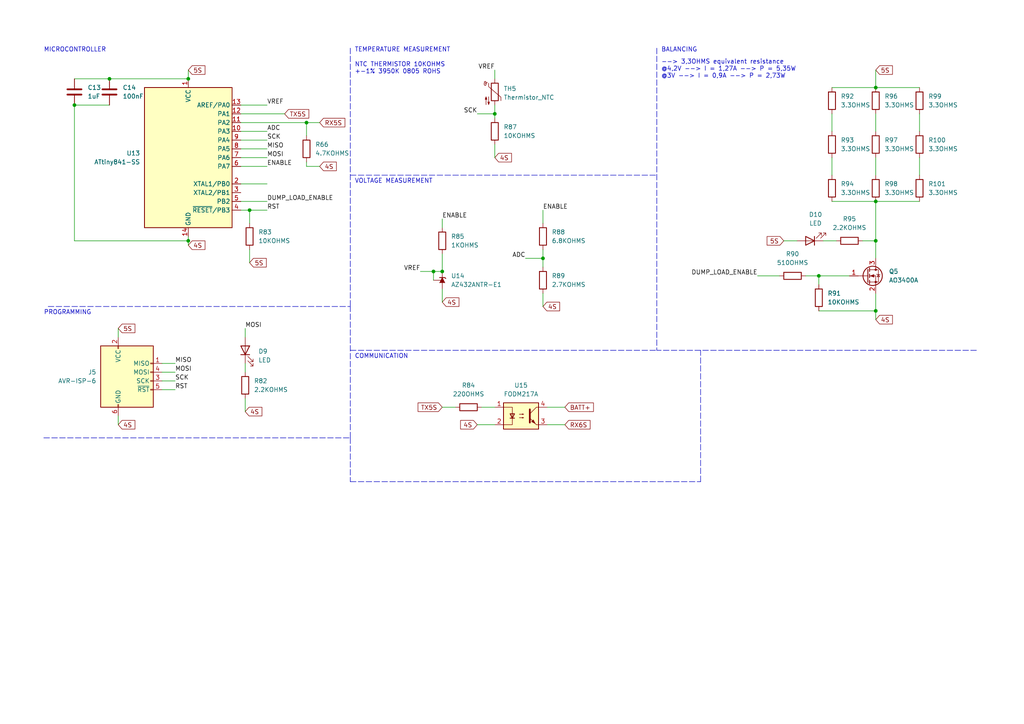
<source format=kicad_sch>
(kicad_sch (version 20211123) (generator eeschema)
  (paper "A4")
  (title_block (title "5S - OpenBatt") (date "2022-07-02") (rev "V1.0") (company "Andre Schrankel"))
  (lib_symbols
    (symbol "Connector:AVR-ISP-6" (pin_names (offset 1.016))
      (property "Reference" "J" (at -6.35 11.43 0))
      (property "Value" "AVR-ISP-6" (at 0 11.43 0))
      (symbol "AVR-ISP-6_0_1"
        (rectangle (start -2.667 -6.858) (end -2.413 -7.62))
        (rectangle (start -2.667 10.16) (end -2.413 9.398))
        (rectangle (start 7.62 -2.413) (end 6.858 -2.667))
        (rectangle (start 7.62 0.127) (end 6.858 -0.127))
        (rectangle (start 7.62 2.667) (end 6.858 2.413))
        (rectangle (start 7.62 5.207) (end 6.858 4.953))
        (rectangle (start 7.62 10.16) (end -7.62 -7.62) (stroke (width 0.254)) (fill (type background)))
      )
      (symbol "AVR-ISP-6_1_1"
        (pin passive line (at 10.16 5.08 180) (length 2.54) (name "MISO") (number "1"))
        (pin passive line (at -2.54 12.7 270) (length 2.54) (name "VCC") (number "2"))
        (pin passive line (at 10.16 0 180) (length 2.54) (name "SCK") (number "3"))
        (pin passive line (at 10.16 2.54 180) (length 2.54) (name "MOSI") (number "4"))
        (pin passive line (at 10.16 -2.54 180) (length 2.54) (name "~{RST}") (number "5"))
        (pin passive line (at -2.54 -10.16 90) (length 2.54) (name "GND") (number "6"))
      )
    )
    (symbol "Device:C" (pin_numbers hide) (pin_names (offset 0.254))
      (property "Reference" "C" (at 0.635 2.54 0))
      (property "Value" "C" (at 0.635 -2.54 0))
      (symbol "C_0_1"
        (polyline (pts (xy -2.032 -0.762) (xy 2.032 -0.762)) (stroke (width 0.508)))
        (polyline (pts (xy -2.032 0.762) (xy 2.032 0.762)) (stroke (width 0.508)))
      )
      (symbol "C_1_1"
        (pin passive line (at 0 3.81 270) (length 2.794) (name "~") (number "1"))
        (pin passive line (at 0 -3.81 90) (length 2.794) (name "~") (number "2"))
      )
    )
    (symbol "Device:LED" (pin_numbers hide) (pin_names (offset 1.016) hide)
      (property "Reference" "D" (at 0 2.54 0))
      (property "Value" "LED" (at 0 -2.54 0))
      (symbol "LED_0_1"
        (polyline (pts (xy -1.27 -1.27) (xy -1.27 1.27)) (stroke (width 0.254)))
        (polyline (pts (xy -1.27 0) (xy 1.27 0)))
        (polyline (pts (xy 1.27 -1.27) (xy 1.27 1.27) (xy -1.27 0) (xy 1.27 -1.27)) (stroke (width 0.254)))
        (polyline (pts (xy -3.048 -0.762) (xy -4.572 -2.286) (xy -3.81 -2.286) (xy -4.572 -2.286) (xy -4.572 -1.524)))
        (polyline (pts (xy -1.778 -0.762) (xy -3.302 -2.286) (xy -2.54 -2.286) (xy -3.302 -2.286) (xy -3.302 -1.524)))
      )
      (symbol "LED_1_1"
        (pin passive line (at -3.81 0 0) (length 2.54) (name "K") (number "1"))
        (pin passive line (at 3.81 0 180) (length 2.54) (name "A") (number "2"))
      )
    )
    (symbol "Device:R" (pin_numbers hide) (pin_names (offset 0))
      (property "Reference" "R" (at 2.032 0 90))
      (property "Value" "R" (at 0 0 90))
      (symbol "R_0_1"
        (rectangle (start -1.016 -2.54) (end 1.016 2.54) (stroke (width 0.254)))
      )
      (symbol "R_1_1"
        (pin passive line (at 0 3.81 270) (length 1.27) (name "~") (number "1"))
        (pin passive line (at 0 -3.81 90) (length 1.27) (name "~") (number "2"))
      )
    )
    (symbol "Device:Thermistor_NTC" (pin_numbers hide) (pin_names (offset 0))
      (property "Reference" "TH" (at -4.445 0 90))
      (property "Value" "Thermistor_NTC" (at 3.175 0 90))
      (symbol "Thermistor_NTC_0_1"
        (arc (start -3.048 2.159) (mid -3.0505 2.3165) (end -3.175 2.413))
        (arc (start -3.048 2.159) (mid -2.9736 1.9794) (end -2.794 1.905))
        (arc (start -3.048 2.794) (mid -2.9736 2.6144) (end -2.794 2.54))
        (arc (start -2.794 1.905) (mid -2.6144 1.9794) (end -2.54 2.159))
        (arc (start -2.794 2.54) (mid -2.434 2.5608) (end -2.159 2.794))
        (arc (start -2.794 3.048) (mid -2.9736 2.9736) (end -3.048 2.794))
        (arc (start -2.54 2.794) (mid -2.6144 2.9736) (end -2.794 3.048))
        (rectangle (start -1.016 2.54) (end 1.016 -2.54) (stroke (width 0.254)))
        (polyline (pts (xy -2.54 2.159) (xy -2.54 2.794)))
        (polyline (pts (xy -1.778 2.54) (xy -1.778 1.524) (xy 1.778 -1.524) (xy 1.778 -2.54)))
        (polyline (pts (xy -2.54 -3.683) (xy -2.54 -1.397) (xy -2.794 -2.159) (xy -2.286 -2.159) (xy -2.54 -1.397) (xy -2.54 -1.651)) (fill (type outline)))
        (polyline (pts (xy -1.778 -1.397) (xy -1.778 -3.683) (xy -2.032 -2.921) (xy -1.524 -2.921) (xy -1.778 -3.683) (xy -1.778 -3.429)) (fill (type outline)))
      )
      (symbol "Thermistor_NTC_1_1"
        (pin passive line (at 0 3.81 270) (length 1.27) (name "~") (number "1"))
        (pin passive line (at 0 -3.81 90) (length 1.27) (name "~") (number "2"))
      )
    )
    (symbol "Isolator:FODM217A"
      (property "Reference" "U" (at -5.08 5.08 0))
      (property "Value" "FODM217A" (at 0 5.08 0))
      (symbol "FODM217A_0_1"
        (rectangle (start -5.08 3.81) (end 5.08 -3.81) (stroke (width 0.254)) (fill (type background)))
        (polyline (pts (xy -3.175 -0.635) (xy -1.905 -0.635)) (stroke (width 0.254)))
        (polyline (pts (xy 2.54 0.635) (xy 4.445 2.54)))
        (polyline (pts (xy 4.445 -2.54) (xy 2.54 -0.635)) (fill (type outline)))
        (polyline (pts (xy 4.445 -2.54) (xy 5.08 -2.54)))
        (polyline (pts (xy 4.445 2.54) (xy 5.08 2.54)))
        (polyline (pts (xy -5.08 2.54) (xy -2.54 2.54) (xy -2.54 -0.635)))
        (polyline (pts (xy -2.54 -0.635) (xy -2.54 -2.54) (xy -5.08 -2.54)))
        (polyline (pts (xy 2.54 1.905) (xy 2.54 -1.905) (xy 2.54 -1.905)) (stroke (width 0.508)))
        (polyline (pts (xy -2.54 -0.635) (xy -3.175 0.635) (xy -1.905 0.635) (xy -2.54 -0.635)) (stroke (width 0.254)))
        (polyline (pts (xy -0.508 -0.508) (xy 0.762 -0.508) (xy 0.381 -0.635) (xy 0.381 -0.381) (xy 0.762 -0.508)))
        (polyline (pts (xy -0.508 0.508) (xy 0.762 0.508) (xy 0.381 0.381) (xy 0.381 0.635) (xy 0.762 0.508)))
        (polyline (pts (xy 3.048 -1.651) (xy 3.556 -1.143) (xy 4.064 -2.159) (xy 3.048 -1.651) (xy 3.048 -1.651)) (fill (type outline)))
      )
      (symbol "FODM217A_1_1"
        (pin passive line (at -7.62 2.54 0) (length 2.54) (name "~") (number "1"))
        (pin passive line (at -7.62 -2.54 0) (length 2.54) (name "~") (number "2"))
        (pin passive line (at 7.62 -2.54 180) (length 2.54) (name "~") (number "3"))
        (pin passive line (at 7.62 2.54 180) (length 2.54) (name "~") (number "4"))
      )
    )
    (symbol "MCU_Microchip_ATtiny:ATtiny841-SS"
      (property "Reference" "U" (at -12.7 21.59 0))
      (property "Value" "ATtiny841-SS" (at 2.54 -21.59 0))
      (symbol "ATtiny841-SS_0_1"
        (rectangle (start -12.7 -20.32) (end 12.7 20.32) (stroke (width 0.254)) (fill (type background)))
      )
      (symbol "ATtiny841-SS_1_1"
        (pin power_in line (at 0 22.86 270) (length 2.54) (name "VCC") (number "1"))
        (pin bidirectional line (at 15.24 7.62 180) (length 2.54) (name "PA3") (number "10"))
        (pin bidirectional line (at 15.24 10.16 180) (length 2.54) (name "PA2") (number "11"))
        (pin bidirectional line (at 15.24 12.7 180) (length 2.54) (name "PA1") (number "12"))
        (pin bidirectional line (at 15.24 15.24 180) (length 2.54) (name "AREF/PA0") (number "13"))
        (pin power_in line (at 0 -22.86 90) (length 2.54) (name "GND") (number "14"))
        (pin bidirectional line (at 15.24 -7.62 180) (length 2.54) (name "XTAL1/PB0") (number "2"))
        (pin bidirectional line (at 15.24 -10.16 180) (length 2.54) (name "XTAL2/PB1") (number "3"))
        (pin bidirectional line (at 15.24 -15.24 180) (length 2.54) (name "~{RESET}/PB3") (number "4"))
        (pin bidirectional line (at 15.24 -12.7 180) (length 2.54) (name "PB2") (number "5"))
        (pin bidirectional line (at 15.24 -2.54 180) (length 2.54) (name "PA7") (number "6"))
        (pin bidirectional line (at 15.24 0 180) (length 2.54) (name "PA6") (number "7"))
        (pin bidirectional line (at 15.24 2.54 180) (length 2.54) (name "PA5") (number "8"))
        (pin bidirectional line (at 15.24 5.08 180) (length 2.54) (name "PA4") (number "9"))
      )
    )
    (symbol "Reference_Voltage:TL431DBZ" (pin_numbers hide) (pin_names hide)
      (property "Reference" "U" (at -2.54 2.54 0))
      (property "Value" "TL431DBZ" (at 0 -2.54 0))
      (symbol "TL431DBZ_0_1"
        (polyline (pts (xy -1.27 0) (xy 0 0) (xy 1.27 0)))
        (polyline (pts (xy -0.762 0.762) (xy 0.762 0) (xy -0.762 -0.762)) (fill (type outline)))
        (polyline (pts (xy 0.508 -1.016) (xy 0.762 -0.762) (xy 0.762 0.762) (xy 0.762 0.762)) (stroke (width 0.254)))
      )
      (symbol "TL431DBZ_1_1"
        (pin passive line (at 2.54 0 180) (length 2.54) (name "K") (number "1"))
        (pin passive line (at 0 2.54 270) (length 2.54) (name "REF") (number "2"))
        (pin passive line (at -2.54 0 0) (length 2.54) (name "A") (number "3"))
      )
    )
    (symbol "Transistor_FET:AO3400A" (pin_names hide)
      (property "Reference" "Q" (at 5.08 1.905 0))
      (property "Value" "AO3400A" (at 5.08 0 0))
      (symbol "AO3400A_0_1"
        (polyline (pts (xy 0.254 0) (xy -2.54 0)))
        (polyline (pts (xy 0.254 1.905) (xy 0.254 -1.905)) (stroke (width 0.254)))
        (polyline (pts (xy 0.762 -1.27) (xy 0.762 -2.286)) (stroke (width 0.254)))
        (polyline (pts (xy 0.762 0.508) (xy 0.762 -0.508)) (stroke (width 0.254)))
        (polyline (pts (xy 0.762 2.286) (xy 0.762 1.27)) (stroke (width 0.254)))
        (polyline (pts (xy 2.54 2.54) (xy 2.54 1.778)))
        (polyline (pts (xy 2.54 -2.54) (xy 2.54 0) (xy 0.762 0)))
        (polyline (pts (xy 0.762 -1.778) (xy 3.302 -1.778) (xy 3.302 1.778) (xy 0.762 1.778)))
        (polyline (pts (xy 1.016 0) (xy 2.032 0.381) (xy 2.032 -0.381) (xy 1.016 0)) (fill (type outline)))
        (polyline (pts (xy 2.794 0.508) (xy 2.921 0.381) (xy 3.683 0.381) (xy 3.81 0.254)))
        (polyline (pts (xy 3.302 0.381) (xy 2.921 -0.254) (xy 3.683 -0.254) (xy 3.302 0.381)))
        (circle (center 1.651 0) (radius 2.794) (stroke (width 0.254)))
        (circle (center 2.54 -1.778) (radius 0.254) (fill (type outline)))
        (circle (center 2.54 1.778) (radius 0.254) (fill (type outline)))
      )
      (symbol "AO3400A_1_1"
        (pin input line (at -5.08 0 0) (length 2.54) (name "G") (number "1"))
        (pin passive line (at 2.54 -5.08 90) (length 2.54) (name "S") (number "2"))
        (pin passive line (at 2.54 5.08 270) (length 2.54) (name "D") (number "3"))
      )
    )
  )
  (junction (at 72.39 60.96))
  (junction (at 237.49 80.01))
  (junction (at 157.48 74.93))
  (junction (at 125.73 78.74))
  (junction (at 143.51 33.02))
  (junction (at 21.59 30.48))
  (junction (at 54.61 69.85))
  (junction (at 31.75 22.86))
  (junction (at 54.61 22.86))
  (junction (at 128.27 78.74))
  (junction (at 254 69.85))
  (junction (at 88.9 35.56))
  (junction (at 254 58.42))
  (junction (at 254 25.4))
  (junction (at 254 90.17))
  (wire (pts (xy 88.9 46.99) (xy 88.9 48.26)))
  (wire (pts (xy 69.85 60.96) (xy 72.39 60.96)))
  (wire (pts (xy 158.75 118.11) (xy 163.83 118.11)))
  (wire (pts (xy 46.99 105.41) (xy 50.8 105.41)))
  (wire (pts (xy 21.59 22.86) (xy 31.75 22.86)))
  (wire (pts (xy 254 58.42) (xy 254 69.85)))
  (wire (pts (xy 157.48 74.93) (xy 157.48 77.47)))
  (polyline (pts (xy 12.7 127) (xy 101.6 127)))
  (wire (pts (xy 125.73 78.74) (xy 128.27 78.74)))
  (wire (pts (xy 69.85 30.48) (xy 77.47 30.48)))
  (wire (pts (xy 34.29 120.65) (xy 34.29 123.19)))
  (wire (pts (xy 138.43 123.19) (xy 143.51 123.19)))
  (wire (pts (xy 238.76 69.85) (xy 242.57 69.85)))
  (polyline (pts (xy 101.6 50.8) (xy 190.5 50.8)))
  (wire (pts (xy 71.12 105.41) (xy 71.12 107.95)))
  (wire (pts (xy 121.92 78.74) (xy 125.73 78.74)))
  (wire (pts (xy 54.61 20.32) (xy 54.61 22.86)))
  (polyline (pts (xy 13.97 88.9) (xy 101.6 88.9)))
  (wire (pts (xy 72.39 72.39) (xy 72.39 76.2)))
  (wire (pts (xy 254 85.09) (xy 254 90.17)))
  (wire (pts (xy 54.61 68.58) (xy 54.61 69.85)))
  (wire (pts (xy 88.9 35.56) (xy 92.71 35.56)))
  (wire (pts (xy 34.29 95.25) (xy 34.29 97.79)))
  (wire (pts (xy 143.51 41.91) (xy 143.51 45.72)))
  (wire (pts (xy 143.51 20.32) (xy 143.51 22.86)))
  (wire (pts (xy 54.61 69.85) (xy 54.61 71.12)))
  (wire (pts (xy 254 58.42) (xy 266.7 58.42)))
  (wire (pts (xy 157.48 60.96) (xy 157.48 64.77)))
  (wire (pts (xy 250.19 69.85) (xy 254 69.85)))
  (wire (pts (xy 237.49 90.17) (xy 254 90.17)))
  (polyline (pts (xy 203.2 139.7) (xy 203.2 101.6)))
  (polyline (pts (xy 101.6 127) (xy 101.6 88.9)))
  (wire (pts (xy 69.85 38.1) (xy 77.47 38.1)))
  (wire (pts (xy 227.33 69.85) (xy 231.14 69.85)))
  (wire (pts (xy 69.85 33.02) (xy 82.55 33.02)))
  (polyline (pts (xy 190.5 13.97) (xy 190.5 101.6)))
  (wire (pts (xy 128.27 118.11) (xy 132.08 118.11)))
  (wire (pts (xy 254 69.85) (xy 254 74.93)))
  (wire (pts (xy 88.9 35.56) (xy 88.9 39.37)))
  (wire (pts (xy 125.73 81.28) (xy 125.73 78.74)))
  (wire (pts (xy 241.3 33.02) (xy 241.3 38.1)))
  (polyline (pts (xy 101.6 127) (xy 101.6 139.7)))
  (wire (pts (xy 241.3 25.4) (xy 254 25.4)))
  (wire (pts (xy 254 45.72) (xy 254 50.8)))
  (wire (pts (xy 254 25.4) (xy 266.7 25.4)))
  (wire (pts (xy 138.43 33.02) (xy 143.51 33.02)))
  (wire (pts (xy 46.99 113.03) (xy 50.8 113.03)))
  (wire (pts (xy 46.99 110.49) (xy 50.8 110.49)))
  (wire (pts (xy 241.3 45.72) (xy 241.3 50.8)))
  (polyline (pts (xy 101.6 13.97) (xy 101.6 88.9)))
  (wire (pts (xy 69.85 53.34) (xy 77.47 53.34)))
  (wire (pts (xy 237.49 80.01) (xy 246.38 80.01)))
  (wire (pts (xy 69.85 40.64) (xy 77.47 40.64)))
  (wire (pts (xy 128.27 83.82) (xy 128.27 87.63)))
  (wire (pts (xy 233.68 80.01) (xy 237.49 80.01)))
  (wire (pts (xy 237.49 80.01) (xy 237.49 82.55)))
  (wire (pts (xy 71.12 115.57) (xy 71.12 119.38)))
  (wire (pts (xy 88.9 48.26) (xy 92.71 48.26)))
  (wire (pts (xy 69.85 35.56) (xy 88.9 35.56)))
  (wire (pts (xy 266.7 45.72) (xy 266.7 50.8)))
  (wire (pts (xy 21.59 30.48) (xy 31.75 30.48)))
  (wire (pts (xy 21.59 69.85) (xy 54.61 69.85)))
  (wire (pts (xy 157.48 85.09) (xy 157.48 88.9)))
  (wire (pts (xy 69.85 43.18) (xy 77.47 43.18)))
  (wire (pts (xy 219.71 80.01) (xy 226.06 80.01)))
  (wire (pts (xy 69.85 58.42) (xy 77.47 58.42)))
  (wire (pts (xy 254 90.17) (xy 254 92.71)))
  (wire (pts (xy 71.12 95.25) (xy 71.12 97.79)))
  (wire (pts (xy 46.99 107.95) (xy 50.8 107.95)))
  (wire (pts (xy 152.4 74.93) (xy 157.48 74.93)))
  (wire (pts (xy 139.7 118.11) (xy 143.51 118.11)))
  (polyline (pts (xy 283.21 101.6) (xy 190.5 101.6)))
  (wire (pts (xy 21.59 30.48) (xy 21.59 69.85)))
  (wire (pts (xy 157.48 72.39) (xy 157.48 74.93)))
  (wire (pts (xy 31.75 22.86) (xy 54.61 22.86)))
  (wire (pts (xy 266.7 33.02) (xy 266.7 38.1)))
  (wire (pts (xy 254 33.02) (xy 254 38.1)))
  (wire (pts (xy 158.75 123.19) (xy 163.83 123.19)))
  (wire (pts (xy 143.51 33.02) (xy 143.51 34.29)))
  (wire (pts (xy 254 20.32) (xy 254 25.4)))
  (polyline (pts (xy 101.6 101.6) (xy 190.5 101.6)))
  (wire (pts (xy 241.3 58.42) (xy 254 58.42)))
  (wire (pts (xy 143.51 30.48) (xy 143.51 33.02)))
  (wire (pts (xy 72.39 60.96) (xy 77.47 60.96)))
  (wire (pts (xy 69.85 45.72) (xy 77.47 45.72)))
  (polyline (pts (xy 101.6 139.7) (xy 203.2 139.7)))
  (wire (pts (xy 72.39 60.96) (xy 72.39 64.77)))
  (wire (pts (xy 128.27 73.66) (xy 128.27 78.74)))
  (wire (pts (xy 128.27 63.5) (xy 128.27 66.04)))
  (wire (pts (xy 69.85 48.26) (xy 77.47 48.26)))
  (text "TEMPERATURE MEASUREMENT\n" (at 102.87 15.24 0) (effects (font (size 1.27 1.27)) (justify left bottom)))
  (text "BALANCING" (at 191.77 15.24 0) (effects (font (size 1.27 1.27)) (justify left bottom)))
  (text "PROGRAMMING" (at 12.7 91.44 0) (effects (font (size 1.27 1.27)) (justify left bottom)))
  (text "NTC THERMISTOR 10KOHMS\n+-1% 3950K 0805 ROHS" (at 102.87 21.59 0) (effects (font (size 1.27 1.27)) (justify left bottom)))
  (text "--> 3,3OHMS equivalent resistance\n@4,2V --> I = 1,27A --> P = 5,35W\n@3V --> I = 0,9A --> P = 2,73W" (at 191.77 22.86 0) (effects (font (size 1.27 1.27)) (justify left bottom)))
  (text "MICROCONTROLLER\n" (at 12.7 15.24 0) (effects (font (size 1.27 1.27)) (justify left bottom)))
  (text "COMMUNICATION" (at 102.87 104.14 0) (effects (font (size 1.27 1.27)) (justify left bottom)))
  (text "VOLTAGE MEASUREMENT\n" (at 102.87 53.34 0) (effects (font (size 1.27 1.27)) (justify left bottom)))
  (label "ENABLE" (at 157.48 60.96 0))
  (label "SCK" (at 77.47 40.64 0))
  (label "MOSI" (at 71.12 95.25 0))
  (label "ADC" (at 77.47 38.1 0))
  (label "VREF" (at 77.47 30.48 0))
  (label "ADC" (at 152.4 74.93 180))
  (label "VREF" (at 143.51 20.32 180))
  (label "SCK" (at 138.43 33.02 180))
  (label "ENABLE" (at 77.47 48.26 0))
  (label "RST" (at 50.8 113.03 0))
  (label "RST" (at 77.47 60.96 0))
  (label "MISO" (at 50.8 105.41 0))
  (label "ENABLE" (at 128.27 63.5 0))
  (label "MOSI" (at 77.47 45.72 0))
  (label "MOSI" (at 50.8 107.95 0))
  (label "DUMP_LOAD_ENABLE" (at 77.47 58.42 0))
  (label "DUMP_LOAD_ENABLE" (at 219.71 80.01 180))
  (label "MISO" (at 77.47 43.18 0))
  (label "SCK" (at 50.8 110.49 0))
  (label "VREF" (at 121.92 78.74 180))
  (global_label "5S" (shape input) (at 254 20.32 0) (property "Intersheet References" "${INTERSHEET_REFS}" (effects hide)))
  (global_label "TX5S" (shape input) (at 82.55 33.02 0) (property "Intersheet References" "${INTERSHEET_REFS}" (effects hide)))
  (global_label "4S" (shape input) (at 71.12 119.38 0) (property "Intersheet References" "${INTERSHEET_REFS}" (effects hide)))
  (global_label "4S" (shape input) (at 128.27 87.63 0) (property "Intersheet References" "${INTERSHEET_REFS}" (effects hide)))
  (global_label "RX6S" (shape input) (at 163.83 123.19 0) (property "Intersheet References" "${INTERSHEET_REFS}" (effects hide)))
  (global_label "4S" (shape input) (at 254 92.71 0) (property "Intersheet References" "${INTERSHEET_REFS}" (effects hide)))
  (global_label "5S" (shape input) (at 34.29 95.25 0) (property "Intersheet References" "${INTERSHEET_REFS}" (effects hide)))
  (global_label "RX5S" (shape input) (at 92.71 35.56 0) (property "Intersheet References" "${INTERSHEET_REFS}" (effects hide)))
  (global_label "4S" (shape input) (at 157.48 88.9 0) (property "Intersheet References" "${INTERSHEET_REFS}" (effects hide)))
  (global_label "5S" (shape input) (at 72.39 76.2 0) (property "Intersheet References" "${INTERSHEET_REFS}" (effects hide)))
  (global_label "4S" (shape input) (at 34.29 123.19 0) (property "Intersheet References" "${INTERSHEET_REFS}" (effects hide)))
  (global_label "BATT+" (shape input) (at 163.83 118.11 0) (property "Intersheet References" "${INTERSHEET_REFS}" (effects hide)))
  (global_label "5S" (shape input) (at 54.61 20.32 0) (property "Intersheet References" "${INTERSHEET_REFS}" (effects hide)))
  (global_label "4S" (shape input) (at 92.71 48.26 0) (property "Intersheet References" "${INTERSHEET_REFS}" (effects hide)))
  (global_label "4S" (shape input) (at 143.51 45.72 0) (property "Intersheet References" "${INTERSHEET_REFS}" (effects hide)))
  (global_label "5S" (shape input) (at 227.33 69.85 180) (property "Intersheet References" "${INTERSHEET_REFS}" (effects hide)))
  (global_label "4S" (shape input) (at 54.61 71.12 0) (property "Intersheet References" "${INTERSHEET_REFS}" (effects hide)))
  (global_label "4S" (shape input) (at 138.43 123.19 180) (property "Intersheet References" "${INTERSHEET_REFS}" (effects hide)))
  (global_label "TX5S" (shape input) (at 128.27 118.11 180) (property "Intersheet References" "${INTERSHEET_REFS}" (effects hide)))
  (symbol (lib_id "Device:R") (at 266.7 54.61 0) (unit 1)
    (property "Reference" "R101" (at 269.24 53.3399 0) (effects (justify left)))
    (property "Value" "3.3OHMS" (at 269.24 55.8799 0) (effects (justify left)))
    (property "Footprint" "Resistor_SMD:R_2010_5025Metric_Pad1.40x2.65mm_HandSolder" (effects hide))
  )
  (symbol (lib_id "Device:R") (at 241.3 41.91 0) (unit 1)
    (property "Reference" "R93" (at 243.84 40.6399 0) (effects (justify left)))
    (property "Value" "3.3OHMS" (at 243.84 43.1799 0) (effects (justify left)))
    (property "Footprint" "Resistor_SMD:R_2010_5025Metric_Pad1.40x2.65mm_HandSolder" (effects hide))
  )
  (symbol (lib_id "Device:R") (at 237.49 86.36 180) (unit 1)
    (property "Reference" "R91" (at 240.03 85.0899 0) (effects (justify right)))
    (property "Value" "10KOHMS" (at 240.03 87.6299 0) (effects (justify right)))
    (property "Footprint" "Resistor_SMD:R_0805_2012Metric_Pad1.20x1.40mm_HandSolder" (effects hide))
  )
  (symbol (lib_id "Device:R") (at 254 54.61 0) (unit 1)
    (property "Reference" "R98" (at 256.54 53.3399 0) (effects (justify left)))
    (property "Value" "3.3OHMS" (at 256.54 55.8799 0) (effects (justify left)))
    (property "Footprint" "Resistor_SMD:R_2010_5025Metric_Pad1.40x2.65mm_HandSolder" (effects hide))
  )
  (symbol (lib_id "Device:R") (at 266.7 41.91 0) (unit 1)
    (property "Reference" "R100" (at 269.24 40.6399 0) (effects (justify left)))
    (property "Value" "3.3OHMS" (at 269.24 43.1799 0) (effects (justify left)))
    (property "Footprint" "Resistor_SMD:R_2010_5025Metric_Pad1.40x2.65mm_HandSolder" (effects hide))
  )
  (symbol (lib_id "Device:R") (at 143.51 38.1 180) (unit 1)
    (property "Reference" "R87" (at 146.05 36.8299 0) (effects (justify right)))
    (property "Value" "10KOHMS" (at 146.05 39.3699 0) (effects (justify right)))
    (property "Footprint" "Resistor_SMD:R_0805_2012Metric_Pad1.20x1.40mm_HandSolder" (effects hide))
  )
  (symbol (lib_id "Device:Thermistor_NTC") (at 143.51 26.67 0) (unit 1)
    (property "Reference" "TH5" (at 146.05 25.7174 0) (effects (justify left)))
    (property "Value" "Thermistor_NTC" (at 146.05 28.2574 0) (effects (justify left)))
    (property "Footprint" "Resistor_SMD:R_0805_2012Metric_Pad1.20x1.40mm_HandSolder" (effects hide))
    (property "Datasheet" "https://www.mouser.de/datasheet/2/3/ABNTC-0805-253593.pdf" (effects hide))
  )
  (symbol (lib_id "Transistor_FET:AO3400A") (at 251.46 80.01 0) (unit 1)
    (property "Reference" "Q5" (at 257.81 78.7399 0) (effects (justify left)))
    (property "Value" "AO3400A" (at 257.81 81.2799 0) (effects (justify left)))
    (property "Footprint" "Package_TO_SOT_SMD:SOT-23" (effects hide))
    (property "Datasheet" "https://media.digikey.com/pdf/Data%20Sheets/Alpha%20&%20Omega/AO3400A_ds.pdf" (effects hide))
  )
  (symbol (lib_id "Device:R") (at 88.9 43.18 0) (unit 1)
    (property "Reference" "R66" (at 91.44 41.9099 0) (effects (justify left)))
    (property "Value" "4.7KOHMS" (at 91.44 44.4499 0) (effects (justify left)))
    (property "Footprint" "Resistor_SMD:R_0805_2012Metric_Pad1.20x1.40mm_HandSolder" (effects hide))
  )
  (symbol (lib_id "Reference_Voltage:TL431DBZ") (at 128.27 81.28 90) (unit 1)
    (property "Reference" "U14" (at 130.81 80.0099 90) (effects (justify right)))
    (property "Value" "AZ432ANTR-E1 " (at 130.81 82.5499 90) (effects (justify right)))
    (property "Footprint" "Package_TO_SOT_SMD:SOT-23" (effects hide))
    (property "Datasheet" "https://www.mouser.de/datasheet/2/115/DIOD_S_A0007085168_1-2512765.pdf" (effects hide))
  )
  (symbol (lib_id "Connector:AVR-ISP-6") (at 36.83 110.49 0) (unit 1)
    (property "Reference" "J5" (at 27.94 107.9499 0) (effects (justify right)))
    (property "Value" "AVR-ISP-6" (at 27.94 110.4899 0) (effects (justify right)))
    (property "Footprint" "Connector_PinHeader_2.54mm:PinHeader_2x03_P2.54mm_Vertical_SMD" (effects hide))
    (property "Datasheet" " ~" (effects hide))
  )
  (symbol (lib_id "Device:LED") (at 234.95 69.85 180) (unit 1)
    (property "Reference" "D10" (at 236.5375 62.23 0))
    (property "Value" "LED" (at 236.5375 64.77 0))
    (property "Footprint" "LED_SMD:LED_0805_2012Metric_Pad1.15x1.40mm_HandSolder" (effects hide))
  )
  (symbol (lib_id "Device:R") (at 254 41.91 0) (unit 1)
    (property "Reference" "R97" (at 256.54 40.6399 0) (effects (justify left)))
    (property "Value" "3.3OHMS" (at 256.54 43.1799 0) (effects (justify left)))
    (property "Footprint" "Resistor_SMD:R_2010_5025Metric_Pad1.40x2.65mm_HandSolder" (effects hide))
  )
  (symbol (lib_id "Device:C") (at 21.59 26.67 0) (unit 1)
    (property "Reference" "C13" (at 25.4 25.3999 0) (effects (justify left)))
    (property "Value" "1uF" (at 25.4 27.9399 0) (effects (justify left)))
    (property "Footprint" "Capacitor_SMD:C_0805_2012Metric_Pad1.18x1.45mm_HandSolder" (effects hide))
  )
  (symbol (lib_id "Device:R") (at 229.87 80.01 90) (unit 1)
    (property "Reference" "R90" (at 229.87 73.66 90))
    (property "Value" "510OHMS" (at 229.87 76.2 90))
    (property "Footprint" "Resistor_SMD:R_0805_2012Metric_Pad1.20x1.40mm_HandSolder" (effects hide))
  )
  (symbol (lib_id "Device:R") (at 254 29.21 0) (unit 1)
    (property "Reference" "R96" (at 256.54 27.9399 0) (effects (justify left)))
    (property "Value" "3.3OHMS" (at 256.54 30.4799 0) (effects (justify left)))
    (property "Footprint" "Resistor_SMD:R_2010_5025Metric_Pad1.40x2.65mm_HandSolder" (effects hide))
  )
  (symbol (lib_id "Device:R") (at 157.48 81.28 0) (unit 1)
    (property "Reference" "R89" (at 160.02 80.0099 0) (effects (justify left)))
    (property "Value" "2.7KOHMS" (at 160.02 82.5499 0) (effects (justify left)))
    (property "Footprint" "Resistor_SMD:R_0805_2012Metric_Pad1.20x1.40mm_HandSolder" (effects hide))
  )
  (symbol (lib_id "Device:R") (at 71.12 111.76 0) (unit 1)
    (property "Reference" "R82" (at 73.66 110.4899 0) (effects (justify left)))
    (property "Value" "2.2KOHMS" (at 73.66 113.0299 0) (effects (justify left)))
    (property "Footprint" "Resistor_SMD:R_0805_2012Metric_Pad1.20x1.40mm_HandSolder" (effects hide))
  )
  (symbol (lib_id "Device:LED") (at 71.12 101.6 90) (unit 1)
    (property "Reference" "D9" (at 74.93 101.9174 90) (effects (justify right)))
    (property "Value" "LED" (at 74.93 104.4574 90) (effects (justify right)))
    (property "Footprint" "LED_SMD:LED_0805_2012Metric_Pad1.15x1.40mm_HandSolder" (effects hide))
  )
  (symbol (lib_id "Isolator:FODM217A") (at 151.13 120.65 0) (unit 1)
    (property "Reference" "U15" (at 151.13 111.76 0))
    (property "Value" "FODM217A" (at 151.13 114.3 0))
    (property "Footprint" "Package_SO:SOP-4_4.4x2.6mm_P1.27mm" (effects hide))
    (property "Datasheet" "https://www.onsemi.com/pub/Collateral/FODM214-D.PDF" (effects hide))
  )
  (symbol (lib_id "Device:R") (at 246.38 69.85 90) (unit 1)
    (property "Reference" "R95" (at 246.38 63.5 90))
    (property "Value" "2.2KOHMS" (at 246.38 66.04 90))
    (property "Footprint" "Resistor_SMD:R_0805_2012Metric_Pad1.20x1.40mm_HandSolder" (effects hide))
  )
  (symbol (lib_id "Device:R") (at 157.48 68.58 0) (unit 1)
    (property "Reference" "R88" (at 160.02 67.3099 0) (effects (justify left)))
    (property "Value" "6.8KOHMS" (at 160.02 69.8499 0) (effects (justify left)))
    (property "Footprint" "Resistor_SMD:R_0805_2012Metric_Pad1.20x1.40mm_HandSolder" (effects hide))
  )
  (symbol (lib_id "Device:R") (at 72.39 68.58 0) (unit 1)
    (property "Reference" "R83" (at 74.93 67.3099 0) (effects (justify left)))
    (property "Value" "10KOHMS" (at 74.93 69.8499 0) (effects (justify left)))
    (property "Footprint" "Resistor_SMD:R_0805_2012Metric_Pad1.20x1.40mm_HandSolder" (effects hide))
  )
  (symbol (lib_id "Device:C") (at 31.75 26.67 0) (unit 1)
    (property "Reference" "C14" (at 35.56 25.3999 0) (effects (justify left)))
    (property "Value" "100nF" (at 35.56 27.9399 0) (effects (justify left)))
    (property "Footprint" "Capacitor_SMD:C_0805_2012Metric_Pad1.18x1.45mm_HandSolder" (effects hide))
  )
  (symbol (lib_id "Device:R") (at 266.7 29.21 0) (unit 1)
    (property "Reference" "R99" (at 269.24 27.9399 0) (effects (justify left)))
    (property "Value" "3.3OHMS" (at 269.24 30.4799 0) (effects (justify left)))
    (property "Footprint" "Resistor_SMD:R_2010_5025Metric_Pad1.40x2.65mm_HandSolder" (effects hide))
  )
  (symbol (lib_id "Device:R") (at 128.27 69.85 180) (unit 1)
    (property "Reference" "R85" (at 130.81 68.5799 0) (effects (justify right)))
    (property "Value" "1KOHMS" (at 130.81 71.1199 0) (effects (justify right)))
    (property "Footprint" "Resistor_SMD:R_0805_2012Metric_Pad1.20x1.40mm_HandSolder" (effects hide))
  )
  (symbol (lib_id "Device:R") (at 241.3 29.21 0) (unit 1)
    (property "Reference" "R92" (at 243.84 27.9399 0) (effects (justify left)))
    (property "Value" "3.3OHMS" (at 243.84 30.4799 0) (effects (justify left)))
    (property "Footprint" "Resistor_SMD:R_2010_5025Metric_Pad1.40x2.65mm_HandSolder" (effects hide))
  )
  (symbol (lib_id "MCU_Microchip_ATtiny:ATtiny841-SS") (at 54.61 45.72 0) (unit 1)
    (property "Reference" "U13" (at 40.64 44.4499 0) (effects (justify right)))
    (property "Value" "ATtiny841-SS" (at 40.64 46.9899 0) (effects (justify right)))
    (property "Footprint" "Package_SO:SOIC-14_3.9x8.7mm_P1.27mm" (effects hide))
    (property "Datasheet" "http://ww1.microchip.com/downloads/en/DeviceDoc/Atmel-8495-8-bit-AVR-Microcontrollers-ATtiny441-ATtiny841_Datasheet.pdf" (effects hide))
  )
  (symbol (lib_id "Device:R") (at 241.3 54.61 0) (unit 1)
    (property "Reference" "R94" (at 243.84 53.3399 0) (effects (justify left)))
    (property "Value" "3.3OHMS" (at 243.84 55.8799 0) (effects (justify left)))
    (property "Footprint" "Resistor_SMD:R_2010_5025Metric_Pad1.40x2.65mm_HandSolder" (effects hide))
  )
  (symbol (lib_id "Device:R") (at 135.89 118.11 90) (unit 1)
    (property "Reference" "R84" (at 135.89 111.76 90))
    (property "Value" "220OHMS" (at 135.89 114.3 90))
    (property "Footprint" "Resistor_SMD:R_0805_2012Metric_Pad1.20x1.40mm_HandSolder" (effects hide))
  )
)
</source>
